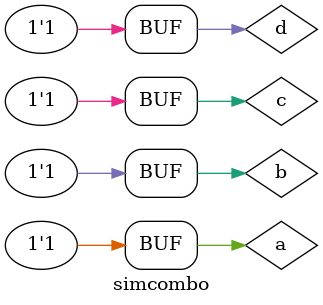
<source format=v>
`timescale 1ns / 1ps


module simcombo();
    reg a;
    reg b;
    reg c;
    reg d;
    wire o;
    
    combo uut(.a(a), .b(b), .c(c), .d(d), .o(o));
    
    initial begin
        a <= 0;
        #100;
        b <= 0;
        #100; 
        c <= 0;
        #100; 
        d <= 0;
        c <= 1;
        #100;
        a = 1;
        #100;
        b = 1;
        #100;
        c = 1;
        #100;
        d = 1;
        #100;
    end
endmodule

</source>
